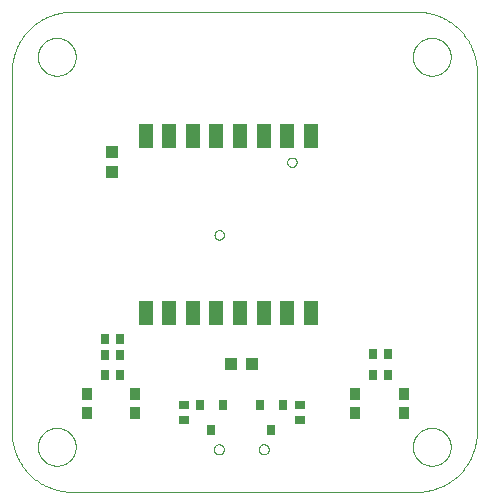
<source format=gtp>
G75*
%MOIN*%
%OFA0B0*%
%FSLAX25Y25*%
%IPPOS*%
%LPD*%
%AMOC8*
5,1,8,0,0,1.08239X$1,22.5*
%
%ADD10C,0.00100*%
%ADD11C,0.00000*%
%ADD12R,0.03937X0.04331*%
%ADD13R,0.04000X0.04000*%
%ADD14R,0.02756X0.03543*%
%ADD15R,0.03543X0.03937*%
%ADD16R,0.04724X0.07874*%
%ADD17R,0.03150X0.03543*%
%ADD18R,0.03543X0.02756*%
D10*
X0033000Y0015846D02*
X0148000Y0015846D01*
X0148483Y0015852D01*
X0148966Y0015869D01*
X0149449Y0015899D01*
X0149930Y0015939D01*
X0150411Y0015992D01*
X0150890Y0016056D01*
X0151367Y0016131D01*
X0151843Y0016219D01*
X0152316Y0016317D01*
X0152786Y0016427D01*
X0153254Y0016548D01*
X0153719Y0016681D01*
X0154180Y0016825D01*
X0154638Y0016980D01*
X0155092Y0017146D01*
X0155542Y0017323D01*
X0155987Y0017510D01*
X0156428Y0017709D01*
X0156864Y0017917D01*
X0157294Y0018137D01*
X0157720Y0018367D01*
X0158139Y0018607D01*
X0158553Y0018857D01*
X0158960Y0019117D01*
X0159361Y0019386D01*
X0159756Y0019666D01*
X0160143Y0019954D01*
X0160524Y0020253D01*
X0160897Y0020560D01*
X0161262Y0020876D01*
X0161620Y0021201D01*
X0161970Y0021534D01*
X0162312Y0021876D01*
X0162645Y0022226D01*
X0162970Y0022584D01*
X0163286Y0022949D01*
X0163593Y0023322D01*
X0163892Y0023703D01*
X0164180Y0024090D01*
X0164460Y0024485D01*
X0164729Y0024886D01*
X0164989Y0025293D01*
X0165239Y0025707D01*
X0165479Y0026126D01*
X0165709Y0026552D01*
X0165929Y0026982D01*
X0166137Y0027418D01*
X0166336Y0027859D01*
X0166523Y0028304D01*
X0166700Y0028754D01*
X0166866Y0029208D01*
X0167021Y0029666D01*
X0167165Y0030127D01*
X0167298Y0030592D01*
X0167419Y0031060D01*
X0167529Y0031530D01*
X0167627Y0032003D01*
X0167715Y0032479D01*
X0167790Y0032956D01*
X0167854Y0033435D01*
X0167907Y0033916D01*
X0167947Y0034397D01*
X0167977Y0034880D01*
X0167994Y0035363D01*
X0168000Y0035846D01*
X0168000Y0155846D01*
X0167994Y0156329D01*
X0167977Y0156812D01*
X0167947Y0157295D01*
X0167907Y0157776D01*
X0167854Y0158257D01*
X0167790Y0158736D01*
X0167715Y0159213D01*
X0167627Y0159689D01*
X0167529Y0160162D01*
X0167419Y0160632D01*
X0167298Y0161100D01*
X0167165Y0161565D01*
X0167021Y0162026D01*
X0166866Y0162484D01*
X0166700Y0162938D01*
X0166523Y0163388D01*
X0166336Y0163833D01*
X0166137Y0164274D01*
X0165929Y0164710D01*
X0165709Y0165140D01*
X0165479Y0165566D01*
X0165239Y0165985D01*
X0164989Y0166399D01*
X0164729Y0166806D01*
X0164460Y0167207D01*
X0164180Y0167602D01*
X0163892Y0167989D01*
X0163593Y0168370D01*
X0163286Y0168743D01*
X0162970Y0169108D01*
X0162645Y0169466D01*
X0162312Y0169816D01*
X0161970Y0170158D01*
X0161620Y0170491D01*
X0161262Y0170816D01*
X0160897Y0171132D01*
X0160524Y0171439D01*
X0160143Y0171738D01*
X0159756Y0172026D01*
X0159361Y0172306D01*
X0158960Y0172575D01*
X0158553Y0172835D01*
X0158139Y0173085D01*
X0157720Y0173325D01*
X0157294Y0173555D01*
X0156864Y0173775D01*
X0156428Y0173983D01*
X0155987Y0174182D01*
X0155542Y0174369D01*
X0155092Y0174546D01*
X0154638Y0174712D01*
X0154180Y0174867D01*
X0153719Y0175011D01*
X0153254Y0175144D01*
X0152786Y0175265D01*
X0152316Y0175375D01*
X0151843Y0175473D01*
X0151367Y0175561D01*
X0150890Y0175636D01*
X0150411Y0175700D01*
X0149930Y0175753D01*
X0149449Y0175793D01*
X0148966Y0175823D01*
X0148483Y0175840D01*
X0148000Y0175846D01*
X0033000Y0175846D01*
X0032517Y0175840D01*
X0032034Y0175823D01*
X0031551Y0175793D01*
X0031070Y0175753D01*
X0030589Y0175700D01*
X0030110Y0175636D01*
X0029633Y0175561D01*
X0029157Y0175473D01*
X0028684Y0175375D01*
X0028214Y0175265D01*
X0027746Y0175144D01*
X0027281Y0175011D01*
X0026820Y0174867D01*
X0026362Y0174712D01*
X0025908Y0174546D01*
X0025458Y0174369D01*
X0025013Y0174182D01*
X0024572Y0173983D01*
X0024136Y0173775D01*
X0023706Y0173555D01*
X0023280Y0173325D01*
X0022861Y0173085D01*
X0022447Y0172835D01*
X0022040Y0172575D01*
X0021639Y0172306D01*
X0021244Y0172026D01*
X0020857Y0171738D01*
X0020476Y0171439D01*
X0020103Y0171132D01*
X0019738Y0170816D01*
X0019380Y0170491D01*
X0019030Y0170158D01*
X0018688Y0169816D01*
X0018355Y0169466D01*
X0018030Y0169108D01*
X0017714Y0168743D01*
X0017407Y0168370D01*
X0017108Y0167989D01*
X0016820Y0167602D01*
X0016540Y0167207D01*
X0016271Y0166806D01*
X0016011Y0166399D01*
X0015761Y0165985D01*
X0015521Y0165566D01*
X0015291Y0165140D01*
X0015071Y0164710D01*
X0014863Y0164274D01*
X0014664Y0163833D01*
X0014477Y0163388D01*
X0014300Y0162938D01*
X0014134Y0162484D01*
X0013979Y0162026D01*
X0013835Y0161565D01*
X0013702Y0161100D01*
X0013581Y0160632D01*
X0013471Y0160162D01*
X0013373Y0159689D01*
X0013285Y0159213D01*
X0013210Y0158736D01*
X0013146Y0158257D01*
X0013093Y0157776D01*
X0013053Y0157295D01*
X0013023Y0156812D01*
X0013006Y0156329D01*
X0013000Y0155846D01*
X0013000Y0035846D01*
X0013006Y0035363D01*
X0013023Y0034880D01*
X0013053Y0034397D01*
X0013093Y0033916D01*
X0013146Y0033435D01*
X0013210Y0032956D01*
X0013285Y0032479D01*
X0013373Y0032003D01*
X0013471Y0031530D01*
X0013581Y0031060D01*
X0013702Y0030592D01*
X0013835Y0030127D01*
X0013979Y0029666D01*
X0014134Y0029208D01*
X0014300Y0028754D01*
X0014477Y0028304D01*
X0014664Y0027859D01*
X0014863Y0027418D01*
X0015071Y0026982D01*
X0015291Y0026552D01*
X0015521Y0026126D01*
X0015761Y0025707D01*
X0016011Y0025293D01*
X0016271Y0024886D01*
X0016540Y0024485D01*
X0016820Y0024090D01*
X0017108Y0023703D01*
X0017407Y0023322D01*
X0017714Y0022949D01*
X0018030Y0022584D01*
X0018355Y0022226D01*
X0018688Y0021876D01*
X0019030Y0021534D01*
X0019380Y0021201D01*
X0019738Y0020876D01*
X0020103Y0020560D01*
X0020476Y0020253D01*
X0020857Y0019954D01*
X0021244Y0019666D01*
X0021639Y0019386D01*
X0022040Y0019117D01*
X0022447Y0018857D01*
X0022861Y0018607D01*
X0023280Y0018367D01*
X0023706Y0018137D01*
X0024136Y0017917D01*
X0024572Y0017709D01*
X0025013Y0017510D01*
X0025458Y0017323D01*
X0025908Y0017146D01*
X0026362Y0016980D01*
X0026820Y0016825D01*
X0027281Y0016681D01*
X0027746Y0016548D01*
X0028214Y0016427D01*
X0028684Y0016317D01*
X0029157Y0016219D01*
X0029633Y0016131D01*
X0030110Y0016056D01*
X0030589Y0015992D01*
X0031070Y0015939D01*
X0031551Y0015899D01*
X0032034Y0015869D01*
X0032517Y0015852D01*
X0033000Y0015846D01*
D11*
X0021701Y0030846D02*
X0021703Y0031004D01*
X0021709Y0031162D01*
X0021719Y0031320D01*
X0021733Y0031478D01*
X0021751Y0031635D01*
X0021772Y0031792D01*
X0021798Y0031948D01*
X0021828Y0032104D01*
X0021861Y0032259D01*
X0021899Y0032412D01*
X0021940Y0032565D01*
X0021985Y0032717D01*
X0022034Y0032868D01*
X0022087Y0033017D01*
X0022143Y0033165D01*
X0022203Y0033311D01*
X0022267Y0033456D01*
X0022335Y0033599D01*
X0022406Y0033741D01*
X0022480Y0033881D01*
X0022558Y0034018D01*
X0022640Y0034154D01*
X0022724Y0034288D01*
X0022813Y0034419D01*
X0022904Y0034548D01*
X0022999Y0034675D01*
X0023096Y0034800D01*
X0023197Y0034922D01*
X0023301Y0035041D01*
X0023408Y0035158D01*
X0023518Y0035272D01*
X0023631Y0035383D01*
X0023746Y0035492D01*
X0023864Y0035597D01*
X0023985Y0035699D01*
X0024108Y0035799D01*
X0024234Y0035895D01*
X0024362Y0035988D01*
X0024492Y0036078D01*
X0024625Y0036164D01*
X0024760Y0036248D01*
X0024896Y0036327D01*
X0025035Y0036404D01*
X0025176Y0036476D01*
X0025318Y0036546D01*
X0025462Y0036611D01*
X0025608Y0036673D01*
X0025755Y0036731D01*
X0025904Y0036786D01*
X0026054Y0036837D01*
X0026205Y0036884D01*
X0026357Y0036927D01*
X0026510Y0036966D01*
X0026665Y0037002D01*
X0026820Y0037033D01*
X0026976Y0037061D01*
X0027132Y0037085D01*
X0027289Y0037105D01*
X0027447Y0037121D01*
X0027604Y0037133D01*
X0027763Y0037141D01*
X0027921Y0037145D01*
X0028079Y0037145D01*
X0028237Y0037141D01*
X0028396Y0037133D01*
X0028553Y0037121D01*
X0028711Y0037105D01*
X0028868Y0037085D01*
X0029024Y0037061D01*
X0029180Y0037033D01*
X0029335Y0037002D01*
X0029490Y0036966D01*
X0029643Y0036927D01*
X0029795Y0036884D01*
X0029946Y0036837D01*
X0030096Y0036786D01*
X0030245Y0036731D01*
X0030392Y0036673D01*
X0030538Y0036611D01*
X0030682Y0036546D01*
X0030824Y0036476D01*
X0030965Y0036404D01*
X0031104Y0036327D01*
X0031240Y0036248D01*
X0031375Y0036164D01*
X0031508Y0036078D01*
X0031638Y0035988D01*
X0031766Y0035895D01*
X0031892Y0035799D01*
X0032015Y0035699D01*
X0032136Y0035597D01*
X0032254Y0035492D01*
X0032369Y0035383D01*
X0032482Y0035272D01*
X0032592Y0035158D01*
X0032699Y0035041D01*
X0032803Y0034922D01*
X0032904Y0034800D01*
X0033001Y0034675D01*
X0033096Y0034548D01*
X0033187Y0034419D01*
X0033276Y0034288D01*
X0033360Y0034154D01*
X0033442Y0034018D01*
X0033520Y0033881D01*
X0033594Y0033741D01*
X0033665Y0033599D01*
X0033733Y0033456D01*
X0033797Y0033311D01*
X0033857Y0033165D01*
X0033913Y0033017D01*
X0033966Y0032868D01*
X0034015Y0032717D01*
X0034060Y0032565D01*
X0034101Y0032412D01*
X0034139Y0032259D01*
X0034172Y0032104D01*
X0034202Y0031948D01*
X0034228Y0031792D01*
X0034249Y0031635D01*
X0034267Y0031478D01*
X0034281Y0031320D01*
X0034291Y0031162D01*
X0034297Y0031004D01*
X0034299Y0030846D01*
X0034297Y0030688D01*
X0034291Y0030530D01*
X0034281Y0030372D01*
X0034267Y0030214D01*
X0034249Y0030057D01*
X0034228Y0029900D01*
X0034202Y0029744D01*
X0034172Y0029588D01*
X0034139Y0029433D01*
X0034101Y0029280D01*
X0034060Y0029127D01*
X0034015Y0028975D01*
X0033966Y0028824D01*
X0033913Y0028675D01*
X0033857Y0028527D01*
X0033797Y0028381D01*
X0033733Y0028236D01*
X0033665Y0028093D01*
X0033594Y0027951D01*
X0033520Y0027811D01*
X0033442Y0027674D01*
X0033360Y0027538D01*
X0033276Y0027404D01*
X0033187Y0027273D01*
X0033096Y0027144D01*
X0033001Y0027017D01*
X0032904Y0026892D01*
X0032803Y0026770D01*
X0032699Y0026651D01*
X0032592Y0026534D01*
X0032482Y0026420D01*
X0032369Y0026309D01*
X0032254Y0026200D01*
X0032136Y0026095D01*
X0032015Y0025993D01*
X0031892Y0025893D01*
X0031766Y0025797D01*
X0031638Y0025704D01*
X0031508Y0025614D01*
X0031375Y0025528D01*
X0031240Y0025444D01*
X0031104Y0025365D01*
X0030965Y0025288D01*
X0030824Y0025216D01*
X0030682Y0025146D01*
X0030538Y0025081D01*
X0030392Y0025019D01*
X0030245Y0024961D01*
X0030096Y0024906D01*
X0029946Y0024855D01*
X0029795Y0024808D01*
X0029643Y0024765D01*
X0029490Y0024726D01*
X0029335Y0024690D01*
X0029180Y0024659D01*
X0029024Y0024631D01*
X0028868Y0024607D01*
X0028711Y0024587D01*
X0028553Y0024571D01*
X0028396Y0024559D01*
X0028237Y0024551D01*
X0028079Y0024547D01*
X0027921Y0024547D01*
X0027763Y0024551D01*
X0027604Y0024559D01*
X0027447Y0024571D01*
X0027289Y0024587D01*
X0027132Y0024607D01*
X0026976Y0024631D01*
X0026820Y0024659D01*
X0026665Y0024690D01*
X0026510Y0024726D01*
X0026357Y0024765D01*
X0026205Y0024808D01*
X0026054Y0024855D01*
X0025904Y0024906D01*
X0025755Y0024961D01*
X0025608Y0025019D01*
X0025462Y0025081D01*
X0025318Y0025146D01*
X0025176Y0025216D01*
X0025035Y0025288D01*
X0024896Y0025365D01*
X0024760Y0025444D01*
X0024625Y0025528D01*
X0024492Y0025614D01*
X0024362Y0025704D01*
X0024234Y0025797D01*
X0024108Y0025893D01*
X0023985Y0025993D01*
X0023864Y0026095D01*
X0023746Y0026200D01*
X0023631Y0026309D01*
X0023518Y0026420D01*
X0023408Y0026534D01*
X0023301Y0026651D01*
X0023197Y0026770D01*
X0023096Y0026892D01*
X0022999Y0027017D01*
X0022904Y0027144D01*
X0022813Y0027273D01*
X0022724Y0027404D01*
X0022640Y0027538D01*
X0022558Y0027674D01*
X0022480Y0027811D01*
X0022406Y0027951D01*
X0022335Y0028093D01*
X0022267Y0028236D01*
X0022203Y0028381D01*
X0022143Y0028527D01*
X0022087Y0028675D01*
X0022034Y0028824D01*
X0021985Y0028975D01*
X0021940Y0029127D01*
X0021899Y0029280D01*
X0021861Y0029433D01*
X0021828Y0029588D01*
X0021798Y0029744D01*
X0021772Y0029900D01*
X0021751Y0030057D01*
X0021733Y0030214D01*
X0021719Y0030372D01*
X0021709Y0030530D01*
X0021703Y0030688D01*
X0021701Y0030846D01*
X0080347Y0030008D02*
X0080349Y0030089D01*
X0080355Y0030171D01*
X0080365Y0030252D01*
X0080379Y0030332D01*
X0080396Y0030411D01*
X0080418Y0030490D01*
X0080443Y0030567D01*
X0080472Y0030644D01*
X0080505Y0030718D01*
X0080542Y0030791D01*
X0080581Y0030862D01*
X0080625Y0030931D01*
X0080671Y0030998D01*
X0080721Y0031062D01*
X0080774Y0031124D01*
X0080830Y0031184D01*
X0080888Y0031240D01*
X0080950Y0031294D01*
X0081014Y0031345D01*
X0081080Y0031392D01*
X0081148Y0031436D01*
X0081219Y0031477D01*
X0081291Y0031514D01*
X0081366Y0031548D01*
X0081441Y0031578D01*
X0081519Y0031604D01*
X0081597Y0031627D01*
X0081676Y0031645D01*
X0081756Y0031660D01*
X0081837Y0031671D01*
X0081918Y0031678D01*
X0082000Y0031681D01*
X0082081Y0031680D01*
X0082162Y0031675D01*
X0082243Y0031666D01*
X0082324Y0031653D01*
X0082404Y0031636D01*
X0082482Y0031616D01*
X0082560Y0031591D01*
X0082637Y0031563D01*
X0082712Y0031531D01*
X0082785Y0031496D01*
X0082856Y0031457D01*
X0082926Y0031414D01*
X0082993Y0031369D01*
X0083059Y0031320D01*
X0083121Y0031268D01*
X0083181Y0031212D01*
X0083238Y0031154D01*
X0083293Y0031094D01*
X0083344Y0031030D01*
X0083392Y0030965D01*
X0083437Y0030897D01*
X0083479Y0030827D01*
X0083517Y0030755D01*
X0083552Y0030681D01*
X0083583Y0030606D01*
X0083610Y0030529D01*
X0083633Y0030451D01*
X0083653Y0030372D01*
X0083669Y0030292D01*
X0083681Y0030211D01*
X0083689Y0030130D01*
X0083693Y0030049D01*
X0083693Y0029967D01*
X0083689Y0029886D01*
X0083681Y0029805D01*
X0083669Y0029724D01*
X0083653Y0029644D01*
X0083633Y0029565D01*
X0083610Y0029487D01*
X0083583Y0029410D01*
X0083552Y0029335D01*
X0083517Y0029261D01*
X0083479Y0029189D01*
X0083437Y0029119D01*
X0083392Y0029051D01*
X0083344Y0028986D01*
X0083293Y0028922D01*
X0083238Y0028862D01*
X0083181Y0028804D01*
X0083121Y0028748D01*
X0083059Y0028696D01*
X0082993Y0028647D01*
X0082926Y0028602D01*
X0082857Y0028559D01*
X0082785Y0028520D01*
X0082712Y0028485D01*
X0082637Y0028453D01*
X0082560Y0028425D01*
X0082482Y0028400D01*
X0082404Y0028380D01*
X0082324Y0028363D01*
X0082243Y0028350D01*
X0082162Y0028341D01*
X0082081Y0028336D01*
X0082000Y0028335D01*
X0081918Y0028338D01*
X0081837Y0028345D01*
X0081756Y0028356D01*
X0081676Y0028371D01*
X0081597Y0028389D01*
X0081519Y0028412D01*
X0081441Y0028438D01*
X0081366Y0028468D01*
X0081291Y0028502D01*
X0081219Y0028539D01*
X0081148Y0028580D01*
X0081080Y0028624D01*
X0081014Y0028671D01*
X0080950Y0028722D01*
X0080888Y0028776D01*
X0080830Y0028832D01*
X0080774Y0028892D01*
X0080721Y0028954D01*
X0080671Y0029018D01*
X0080625Y0029085D01*
X0080581Y0029154D01*
X0080542Y0029225D01*
X0080505Y0029298D01*
X0080472Y0029372D01*
X0080443Y0029449D01*
X0080418Y0029526D01*
X0080396Y0029605D01*
X0080379Y0029684D01*
X0080365Y0029764D01*
X0080355Y0029845D01*
X0080349Y0029927D01*
X0080347Y0030008D01*
X0095307Y0030008D02*
X0095309Y0030089D01*
X0095315Y0030171D01*
X0095325Y0030252D01*
X0095339Y0030332D01*
X0095356Y0030411D01*
X0095378Y0030490D01*
X0095403Y0030567D01*
X0095432Y0030644D01*
X0095465Y0030718D01*
X0095502Y0030791D01*
X0095541Y0030862D01*
X0095585Y0030931D01*
X0095631Y0030998D01*
X0095681Y0031062D01*
X0095734Y0031124D01*
X0095790Y0031184D01*
X0095848Y0031240D01*
X0095910Y0031294D01*
X0095974Y0031345D01*
X0096040Y0031392D01*
X0096108Y0031436D01*
X0096179Y0031477D01*
X0096251Y0031514D01*
X0096326Y0031548D01*
X0096401Y0031578D01*
X0096479Y0031604D01*
X0096557Y0031627D01*
X0096636Y0031645D01*
X0096716Y0031660D01*
X0096797Y0031671D01*
X0096878Y0031678D01*
X0096960Y0031681D01*
X0097041Y0031680D01*
X0097122Y0031675D01*
X0097203Y0031666D01*
X0097284Y0031653D01*
X0097364Y0031636D01*
X0097442Y0031616D01*
X0097520Y0031591D01*
X0097597Y0031563D01*
X0097672Y0031531D01*
X0097745Y0031496D01*
X0097816Y0031457D01*
X0097886Y0031414D01*
X0097953Y0031369D01*
X0098019Y0031320D01*
X0098081Y0031268D01*
X0098141Y0031212D01*
X0098198Y0031154D01*
X0098253Y0031094D01*
X0098304Y0031030D01*
X0098352Y0030965D01*
X0098397Y0030897D01*
X0098439Y0030827D01*
X0098477Y0030755D01*
X0098512Y0030681D01*
X0098543Y0030606D01*
X0098570Y0030529D01*
X0098593Y0030451D01*
X0098613Y0030372D01*
X0098629Y0030292D01*
X0098641Y0030211D01*
X0098649Y0030130D01*
X0098653Y0030049D01*
X0098653Y0029967D01*
X0098649Y0029886D01*
X0098641Y0029805D01*
X0098629Y0029724D01*
X0098613Y0029644D01*
X0098593Y0029565D01*
X0098570Y0029487D01*
X0098543Y0029410D01*
X0098512Y0029335D01*
X0098477Y0029261D01*
X0098439Y0029189D01*
X0098397Y0029119D01*
X0098352Y0029051D01*
X0098304Y0028986D01*
X0098253Y0028922D01*
X0098198Y0028862D01*
X0098141Y0028804D01*
X0098081Y0028748D01*
X0098019Y0028696D01*
X0097953Y0028647D01*
X0097886Y0028602D01*
X0097817Y0028559D01*
X0097745Y0028520D01*
X0097672Y0028485D01*
X0097597Y0028453D01*
X0097520Y0028425D01*
X0097442Y0028400D01*
X0097364Y0028380D01*
X0097284Y0028363D01*
X0097203Y0028350D01*
X0097122Y0028341D01*
X0097041Y0028336D01*
X0096960Y0028335D01*
X0096878Y0028338D01*
X0096797Y0028345D01*
X0096716Y0028356D01*
X0096636Y0028371D01*
X0096557Y0028389D01*
X0096479Y0028412D01*
X0096401Y0028438D01*
X0096326Y0028468D01*
X0096251Y0028502D01*
X0096179Y0028539D01*
X0096108Y0028580D01*
X0096040Y0028624D01*
X0095974Y0028671D01*
X0095910Y0028722D01*
X0095848Y0028776D01*
X0095790Y0028832D01*
X0095734Y0028892D01*
X0095681Y0028954D01*
X0095631Y0029018D01*
X0095585Y0029085D01*
X0095541Y0029154D01*
X0095502Y0029225D01*
X0095465Y0029298D01*
X0095432Y0029372D01*
X0095403Y0029449D01*
X0095378Y0029526D01*
X0095356Y0029605D01*
X0095339Y0029684D01*
X0095325Y0029764D01*
X0095315Y0029845D01*
X0095309Y0029927D01*
X0095307Y0030008D01*
X0146701Y0030846D02*
X0146703Y0031004D01*
X0146709Y0031162D01*
X0146719Y0031320D01*
X0146733Y0031478D01*
X0146751Y0031635D01*
X0146772Y0031792D01*
X0146798Y0031948D01*
X0146828Y0032104D01*
X0146861Y0032259D01*
X0146899Y0032412D01*
X0146940Y0032565D01*
X0146985Y0032717D01*
X0147034Y0032868D01*
X0147087Y0033017D01*
X0147143Y0033165D01*
X0147203Y0033311D01*
X0147267Y0033456D01*
X0147335Y0033599D01*
X0147406Y0033741D01*
X0147480Y0033881D01*
X0147558Y0034018D01*
X0147640Y0034154D01*
X0147724Y0034288D01*
X0147813Y0034419D01*
X0147904Y0034548D01*
X0147999Y0034675D01*
X0148096Y0034800D01*
X0148197Y0034922D01*
X0148301Y0035041D01*
X0148408Y0035158D01*
X0148518Y0035272D01*
X0148631Y0035383D01*
X0148746Y0035492D01*
X0148864Y0035597D01*
X0148985Y0035699D01*
X0149108Y0035799D01*
X0149234Y0035895D01*
X0149362Y0035988D01*
X0149492Y0036078D01*
X0149625Y0036164D01*
X0149760Y0036248D01*
X0149896Y0036327D01*
X0150035Y0036404D01*
X0150176Y0036476D01*
X0150318Y0036546D01*
X0150462Y0036611D01*
X0150608Y0036673D01*
X0150755Y0036731D01*
X0150904Y0036786D01*
X0151054Y0036837D01*
X0151205Y0036884D01*
X0151357Y0036927D01*
X0151510Y0036966D01*
X0151665Y0037002D01*
X0151820Y0037033D01*
X0151976Y0037061D01*
X0152132Y0037085D01*
X0152289Y0037105D01*
X0152447Y0037121D01*
X0152604Y0037133D01*
X0152763Y0037141D01*
X0152921Y0037145D01*
X0153079Y0037145D01*
X0153237Y0037141D01*
X0153396Y0037133D01*
X0153553Y0037121D01*
X0153711Y0037105D01*
X0153868Y0037085D01*
X0154024Y0037061D01*
X0154180Y0037033D01*
X0154335Y0037002D01*
X0154490Y0036966D01*
X0154643Y0036927D01*
X0154795Y0036884D01*
X0154946Y0036837D01*
X0155096Y0036786D01*
X0155245Y0036731D01*
X0155392Y0036673D01*
X0155538Y0036611D01*
X0155682Y0036546D01*
X0155824Y0036476D01*
X0155965Y0036404D01*
X0156104Y0036327D01*
X0156240Y0036248D01*
X0156375Y0036164D01*
X0156508Y0036078D01*
X0156638Y0035988D01*
X0156766Y0035895D01*
X0156892Y0035799D01*
X0157015Y0035699D01*
X0157136Y0035597D01*
X0157254Y0035492D01*
X0157369Y0035383D01*
X0157482Y0035272D01*
X0157592Y0035158D01*
X0157699Y0035041D01*
X0157803Y0034922D01*
X0157904Y0034800D01*
X0158001Y0034675D01*
X0158096Y0034548D01*
X0158187Y0034419D01*
X0158276Y0034288D01*
X0158360Y0034154D01*
X0158442Y0034018D01*
X0158520Y0033881D01*
X0158594Y0033741D01*
X0158665Y0033599D01*
X0158733Y0033456D01*
X0158797Y0033311D01*
X0158857Y0033165D01*
X0158913Y0033017D01*
X0158966Y0032868D01*
X0159015Y0032717D01*
X0159060Y0032565D01*
X0159101Y0032412D01*
X0159139Y0032259D01*
X0159172Y0032104D01*
X0159202Y0031948D01*
X0159228Y0031792D01*
X0159249Y0031635D01*
X0159267Y0031478D01*
X0159281Y0031320D01*
X0159291Y0031162D01*
X0159297Y0031004D01*
X0159299Y0030846D01*
X0159297Y0030688D01*
X0159291Y0030530D01*
X0159281Y0030372D01*
X0159267Y0030214D01*
X0159249Y0030057D01*
X0159228Y0029900D01*
X0159202Y0029744D01*
X0159172Y0029588D01*
X0159139Y0029433D01*
X0159101Y0029280D01*
X0159060Y0029127D01*
X0159015Y0028975D01*
X0158966Y0028824D01*
X0158913Y0028675D01*
X0158857Y0028527D01*
X0158797Y0028381D01*
X0158733Y0028236D01*
X0158665Y0028093D01*
X0158594Y0027951D01*
X0158520Y0027811D01*
X0158442Y0027674D01*
X0158360Y0027538D01*
X0158276Y0027404D01*
X0158187Y0027273D01*
X0158096Y0027144D01*
X0158001Y0027017D01*
X0157904Y0026892D01*
X0157803Y0026770D01*
X0157699Y0026651D01*
X0157592Y0026534D01*
X0157482Y0026420D01*
X0157369Y0026309D01*
X0157254Y0026200D01*
X0157136Y0026095D01*
X0157015Y0025993D01*
X0156892Y0025893D01*
X0156766Y0025797D01*
X0156638Y0025704D01*
X0156508Y0025614D01*
X0156375Y0025528D01*
X0156240Y0025444D01*
X0156104Y0025365D01*
X0155965Y0025288D01*
X0155824Y0025216D01*
X0155682Y0025146D01*
X0155538Y0025081D01*
X0155392Y0025019D01*
X0155245Y0024961D01*
X0155096Y0024906D01*
X0154946Y0024855D01*
X0154795Y0024808D01*
X0154643Y0024765D01*
X0154490Y0024726D01*
X0154335Y0024690D01*
X0154180Y0024659D01*
X0154024Y0024631D01*
X0153868Y0024607D01*
X0153711Y0024587D01*
X0153553Y0024571D01*
X0153396Y0024559D01*
X0153237Y0024551D01*
X0153079Y0024547D01*
X0152921Y0024547D01*
X0152763Y0024551D01*
X0152604Y0024559D01*
X0152447Y0024571D01*
X0152289Y0024587D01*
X0152132Y0024607D01*
X0151976Y0024631D01*
X0151820Y0024659D01*
X0151665Y0024690D01*
X0151510Y0024726D01*
X0151357Y0024765D01*
X0151205Y0024808D01*
X0151054Y0024855D01*
X0150904Y0024906D01*
X0150755Y0024961D01*
X0150608Y0025019D01*
X0150462Y0025081D01*
X0150318Y0025146D01*
X0150176Y0025216D01*
X0150035Y0025288D01*
X0149896Y0025365D01*
X0149760Y0025444D01*
X0149625Y0025528D01*
X0149492Y0025614D01*
X0149362Y0025704D01*
X0149234Y0025797D01*
X0149108Y0025893D01*
X0148985Y0025993D01*
X0148864Y0026095D01*
X0148746Y0026200D01*
X0148631Y0026309D01*
X0148518Y0026420D01*
X0148408Y0026534D01*
X0148301Y0026651D01*
X0148197Y0026770D01*
X0148096Y0026892D01*
X0147999Y0027017D01*
X0147904Y0027144D01*
X0147813Y0027273D01*
X0147724Y0027404D01*
X0147640Y0027538D01*
X0147558Y0027674D01*
X0147480Y0027811D01*
X0147406Y0027951D01*
X0147335Y0028093D01*
X0147267Y0028236D01*
X0147203Y0028381D01*
X0147143Y0028527D01*
X0147087Y0028675D01*
X0147034Y0028824D01*
X0146985Y0028975D01*
X0146940Y0029127D01*
X0146899Y0029280D01*
X0146861Y0029433D01*
X0146828Y0029588D01*
X0146798Y0029744D01*
X0146772Y0029900D01*
X0146751Y0030057D01*
X0146733Y0030214D01*
X0146719Y0030372D01*
X0146709Y0030530D01*
X0146703Y0030688D01*
X0146701Y0030846D01*
X0080567Y0101492D02*
X0080569Y0101571D01*
X0080575Y0101650D01*
X0080585Y0101729D01*
X0080599Y0101807D01*
X0080616Y0101884D01*
X0080638Y0101960D01*
X0080663Y0102035D01*
X0080693Y0102108D01*
X0080725Y0102180D01*
X0080762Y0102251D01*
X0080802Y0102319D01*
X0080845Y0102385D01*
X0080891Y0102449D01*
X0080941Y0102511D01*
X0080994Y0102570D01*
X0081049Y0102626D01*
X0081108Y0102680D01*
X0081169Y0102730D01*
X0081232Y0102778D01*
X0081298Y0102822D01*
X0081366Y0102863D01*
X0081436Y0102900D01*
X0081507Y0102934D01*
X0081581Y0102964D01*
X0081655Y0102990D01*
X0081731Y0103012D01*
X0081808Y0103031D01*
X0081886Y0103046D01*
X0081964Y0103057D01*
X0082043Y0103064D01*
X0082122Y0103067D01*
X0082201Y0103066D01*
X0082280Y0103061D01*
X0082359Y0103052D01*
X0082437Y0103039D01*
X0082514Y0103022D01*
X0082591Y0103002D01*
X0082666Y0102977D01*
X0082740Y0102949D01*
X0082813Y0102917D01*
X0082883Y0102882D01*
X0082952Y0102843D01*
X0083019Y0102800D01*
X0083084Y0102754D01*
X0083146Y0102706D01*
X0083206Y0102654D01*
X0083263Y0102599D01*
X0083317Y0102541D01*
X0083368Y0102481D01*
X0083416Y0102418D01*
X0083461Y0102353D01*
X0083503Y0102285D01*
X0083541Y0102216D01*
X0083575Y0102145D01*
X0083606Y0102072D01*
X0083634Y0101997D01*
X0083657Y0101922D01*
X0083677Y0101845D01*
X0083693Y0101768D01*
X0083705Y0101689D01*
X0083713Y0101611D01*
X0083717Y0101532D01*
X0083717Y0101452D01*
X0083713Y0101373D01*
X0083705Y0101295D01*
X0083693Y0101216D01*
X0083677Y0101139D01*
X0083657Y0101062D01*
X0083634Y0100987D01*
X0083606Y0100912D01*
X0083575Y0100839D01*
X0083541Y0100768D01*
X0083503Y0100699D01*
X0083461Y0100631D01*
X0083416Y0100566D01*
X0083368Y0100503D01*
X0083317Y0100443D01*
X0083263Y0100385D01*
X0083206Y0100330D01*
X0083146Y0100278D01*
X0083084Y0100230D01*
X0083019Y0100184D01*
X0082952Y0100141D01*
X0082883Y0100102D01*
X0082813Y0100067D01*
X0082740Y0100035D01*
X0082666Y0100007D01*
X0082591Y0099982D01*
X0082514Y0099962D01*
X0082437Y0099945D01*
X0082359Y0099932D01*
X0082280Y0099923D01*
X0082201Y0099918D01*
X0082122Y0099917D01*
X0082043Y0099920D01*
X0081964Y0099927D01*
X0081886Y0099938D01*
X0081808Y0099953D01*
X0081731Y0099972D01*
X0081655Y0099994D01*
X0081581Y0100020D01*
X0081507Y0100050D01*
X0081436Y0100084D01*
X0081366Y0100121D01*
X0081298Y0100162D01*
X0081232Y0100206D01*
X0081169Y0100254D01*
X0081108Y0100304D01*
X0081049Y0100358D01*
X0080994Y0100414D01*
X0080941Y0100473D01*
X0080891Y0100535D01*
X0080845Y0100599D01*
X0080802Y0100665D01*
X0080762Y0100733D01*
X0080725Y0100804D01*
X0080693Y0100876D01*
X0080663Y0100949D01*
X0080638Y0101024D01*
X0080616Y0101100D01*
X0080599Y0101177D01*
X0080585Y0101255D01*
X0080575Y0101334D01*
X0080569Y0101413D01*
X0080567Y0101492D01*
X0104779Y0125705D02*
X0104781Y0125784D01*
X0104787Y0125863D01*
X0104797Y0125942D01*
X0104811Y0126020D01*
X0104828Y0126097D01*
X0104850Y0126173D01*
X0104875Y0126248D01*
X0104905Y0126321D01*
X0104937Y0126393D01*
X0104974Y0126464D01*
X0105014Y0126532D01*
X0105057Y0126598D01*
X0105103Y0126662D01*
X0105153Y0126724D01*
X0105206Y0126783D01*
X0105261Y0126839D01*
X0105320Y0126893D01*
X0105381Y0126943D01*
X0105444Y0126991D01*
X0105510Y0127035D01*
X0105578Y0127076D01*
X0105648Y0127113D01*
X0105719Y0127147D01*
X0105793Y0127177D01*
X0105867Y0127203D01*
X0105943Y0127225D01*
X0106020Y0127244D01*
X0106098Y0127259D01*
X0106176Y0127270D01*
X0106255Y0127277D01*
X0106334Y0127280D01*
X0106413Y0127279D01*
X0106492Y0127274D01*
X0106571Y0127265D01*
X0106649Y0127252D01*
X0106726Y0127235D01*
X0106803Y0127215D01*
X0106878Y0127190D01*
X0106952Y0127162D01*
X0107025Y0127130D01*
X0107095Y0127095D01*
X0107164Y0127056D01*
X0107231Y0127013D01*
X0107296Y0126967D01*
X0107358Y0126919D01*
X0107418Y0126867D01*
X0107475Y0126812D01*
X0107529Y0126754D01*
X0107580Y0126694D01*
X0107628Y0126631D01*
X0107673Y0126566D01*
X0107715Y0126498D01*
X0107753Y0126429D01*
X0107787Y0126358D01*
X0107818Y0126285D01*
X0107846Y0126210D01*
X0107869Y0126135D01*
X0107889Y0126058D01*
X0107905Y0125981D01*
X0107917Y0125902D01*
X0107925Y0125824D01*
X0107929Y0125745D01*
X0107929Y0125665D01*
X0107925Y0125586D01*
X0107917Y0125508D01*
X0107905Y0125429D01*
X0107889Y0125352D01*
X0107869Y0125275D01*
X0107846Y0125200D01*
X0107818Y0125125D01*
X0107787Y0125052D01*
X0107753Y0124981D01*
X0107715Y0124912D01*
X0107673Y0124844D01*
X0107628Y0124779D01*
X0107580Y0124716D01*
X0107529Y0124656D01*
X0107475Y0124598D01*
X0107418Y0124543D01*
X0107358Y0124491D01*
X0107296Y0124443D01*
X0107231Y0124397D01*
X0107164Y0124354D01*
X0107095Y0124315D01*
X0107025Y0124280D01*
X0106952Y0124248D01*
X0106878Y0124220D01*
X0106803Y0124195D01*
X0106726Y0124175D01*
X0106649Y0124158D01*
X0106571Y0124145D01*
X0106492Y0124136D01*
X0106413Y0124131D01*
X0106334Y0124130D01*
X0106255Y0124133D01*
X0106176Y0124140D01*
X0106098Y0124151D01*
X0106020Y0124166D01*
X0105943Y0124185D01*
X0105867Y0124207D01*
X0105793Y0124233D01*
X0105719Y0124263D01*
X0105648Y0124297D01*
X0105578Y0124334D01*
X0105510Y0124375D01*
X0105444Y0124419D01*
X0105381Y0124467D01*
X0105320Y0124517D01*
X0105261Y0124571D01*
X0105206Y0124627D01*
X0105153Y0124686D01*
X0105103Y0124748D01*
X0105057Y0124812D01*
X0105014Y0124878D01*
X0104974Y0124946D01*
X0104937Y0125017D01*
X0104905Y0125089D01*
X0104875Y0125162D01*
X0104850Y0125237D01*
X0104828Y0125313D01*
X0104811Y0125390D01*
X0104797Y0125468D01*
X0104787Y0125547D01*
X0104781Y0125626D01*
X0104779Y0125705D01*
X0146701Y0160846D02*
X0146703Y0161004D01*
X0146709Y0161162D01*
X0146719Y0161320D01*
X0146733Y0161478D01*
X0146751Y0161635D01*
X0146772Y0161792D01*
X0146798Y0161948D01*
X0146828Y0162104D01*
X0146861Y0162259D01*
X0146899Y0162412D01*
X0146940Y0162565D01*
X0146985Y0162717D01*
X0147034Y0162868D01*
X0147087Y0163017D01*
X0147143Y0163165D01*
X0147203Y0163311D01*
X0147267Y0163456D01*
X0147335Y0163599D01*
X0147406Y0163741D01*
X0147480Y0163881D01*
X0147558Y0164018D01*
X0147640Y0164154D01*
X0147724Y0164288D01*
X0147813Y0164419D01*
X0147904Y0164548D01*
X0147999Y0164675D01*
X0148096Y0164800D01*
X0148197Y0164922D01*
X0148301Y0165041D01*
X0148408Y0165158D01*
X0148518Y0165272D01*
X0148631Y0165383D01*
X0148746Y0165492D01*
X0148864Y0165597D01*
X0148985Y0165699D01*
X0149108Y0165799D01*
X0149234Y0165895D01*
X0149362Y0165988D01*
X0149492Y0166078D01*
X0149625Y0166164D01*
X0149760Y0166248D01*
X0149896Y0166327D01*
X0150035Y0166404D01*
X0150176Y0166476D01*
X0150318Y0166546D01*
X0150462Y0166611D01*
X0150608Y0166673D01*
X0150755Y0166731D01*
X0150904Y0166786D01*
X0151054Y0166837D01*
X0151205Y0166884D01*
X0151357Y0166927D01*
X0151510Y0166966D01*
X0151665Y0167002D01*
X0151820Y0167033D01*
X0151976Y0167061D01*
X0152132Y0167085D01*
X0152289Y0167105D01*
X0152447Y0167121D01*
X0152604Y0167133D01*
X0152763Y0167141D01*
X0152921Y0167145D01*
X0153079Y0167145D01*
X0153237Y0167141D01*
X0153396Y0167133D01*
X0153553Y0167121D01*
X0153711Y0167105D01*
X0153868Y0167085D01*
X0154024Y0167061D01*
X0154180Y0167033D01*
X0154335Y0167002D01*
X0154490Y0166966D01*
X0154643Y0166927D01*
X0154795Y0166884D01*
X0154946Y0166837D01*
X0155096Y0166786D01*
X0155245Y0166731D01*
X0155392Y0166673D01*
X0155538Y0166611D01*
X0155682Y0166546D01*
X0155824Y0166476D01*
X0155965Y0166404D01*
X0156104Y0166327D01*
X0156240Y0166248D01*
X0156375Y0166164D01*
X0156508Y0166078D01*
X0156638Y0165988D01*
X0156766Y0165895D01*
X0156892Y0165799D01*
X0157015Y0165699D01*
X0157136Y0165597D01*
X0157254Y0165492D01*
X0157369Y0165383D01*
X0157482Y0165272D01*
X0157592Y0165158D01*
X0157699Y0165041D01*
X0157803Y0164922D01*
X0157904Y0164800D01*
X0158001Y0164675D01*
X0158096Y0164548D01*
X0158187Y0164419D01*
X0158276Y0164288D01*
X0158360Y0164154D01*
X0158442Y0164018D01*
X0158520Y0163881D01*
X0158594Y0163741D01*
X0158665Y0163599D01*
X0158733Y0163456D01*
X0158797Y0163311D01*
X0158857Y0163165D01*
X0158913Y0163017D01*
X0158966Y0162868D01*
X0159015Y0162717D01*
X0159060Y0162565D01*
X0159101Y0162412D01*
X0159139Y0162259D01*
X0159172Y0162104D01*
X0159202Y0161948D01*
X0159228Y0161792D01*
X0159249Y0161635D01*
X0159267Y0161478D01*
X0159281Y0161320D01*
X0159291Y0161162D01*
X0159297Y0161004D01*
X0159299Y0160846D01*
X0159297Y0160688D01*
X0159291Y0160530D01*
X0159281Y0160372D01*
X0159267Y0160214D01*
X0159249Y0160057D01*
X0159228Y0159900D01*
X0159202Y0159744D01*
X0159172Y0159588D01*
X0159139Y0159433D01*
X0159101Y0159280D01*
X0159060Y0159127D01*
X0159015Y0158975D01*
X0158966Y0158824D01*
X0158913Y0158675D01*
X0158857Y0158527D01*
X0158797Y0158381D01*
X0158733Y0158236D01*
X0158665Y0158093D01*
X0158594Y0157951D01*
X0158520Y0157811D01*
X0158442Y0157674D01*
X0158360Y0157538D01*
X0158276Y0157404D01*
X0158187Y0157273D01*
X0158096Y0157144D01*
X0158001Y0157017D01*
X0157904Y0156892D01*
X0157803Y0156770D01*
X0157699Y0156651D01*
X0157592Y0156534D01*
X0157482Y0156420D01*
X0157369Y0156309D01*
X0157254Y0156200D01*
X0157136Y0156095D01*
X0157015Y0155993D01*
X0156892Y0155893D01*
X0156766Y0155797D01*
X0156638Y0155704D01*
X0156508Y0155614D01*
X0156375Y0155528D01*
X0156240Y0155444D01*
X0156104Y0155365D01*
X0155965Y0155288D01*
X0155824Y0155216D01*
X0155682Y0155146D01*
X0155538Y0155081D01*
X0155392Y0155019D01*
X0155245Y0154961D01*
X0155096Y0154906D01*
X0154946Y0154855D01*
X0154795Y0154808D01*
X0154643Y0154765D01*
X0154490Y0154726D01*
X0154335Y0154690D01*
X0154180Y0154659D01*
X0154024Y0154631D01*
X0153868Y0154607D01*
X0153711Y0154587D01*
X0153553Y0154571D01*
X0153396Y0154559D01*
X0153237Y0154551D01*
X0153079Y0154547D01*
X0152921Y0154547D01*
X0152763Y0154551D01*
X0152604Y0154559D01*
X0152447Y0154571D01*
X0152289Y0154587D01*
X0152132Y0154607D01*
X0151976Y0154631D01*
X0151820Y0154659D01*
X0151665Y0154690D01*
X0151510Y0154726D01*
X0151357Y0154765D01*
X0151205Y0154808D01*
X0151054Y0154855D01*
X0150904Y0154906D01*
X0150755Y0154961D01*
X0150608Y0155019D01*
X0150462Y0155081D01*
X0150318Y0155146D01*
X0150176Y0155216D01*
X0150035Y0155288D01*
X0149896Y0155365D01*
X0149760Y0155444D01*
X0149625Y0155528D01*
X0149492Y0155614D01*
X0149362Y0155704D01*
X0149234Y0155797D01*
X0149108Y0155893D01*
X0148985Y0155993D01*
X0148864Y0156095D01*
X0148746Y0156200D01*
X0148631Y0156309D01*
X0148518Y0156420D01*
X0148408Y0156534D01*
X0148301Y0156651D01*
X0148197Y0156770D01*
X0148096Y0156892D01*
X0147999Y0157017D01*
X0147904Y0157144D01*
X0147813Y0157273D01*
X0147724Y0157404D01*
X0147640Y0157538D01*
X0147558Y0157674D01*
X0147480Y0157811D01*
X0147406Y0157951D01*
X0147335Y0158093D01*
X0147267Y0158236D01*
X0147203Y0158381D01*
X0147143Y0158527D01*
X0147087Y0158675D01*
X0147034Y0158824D01*
X0146985Y0158975D01*
X0146940Y0159127D01*
X0146899Y0159280D01*
X0146861Y0159433D01*
X0146828Y0159588D01*
X0146798Y0159744D01*
X0146772Y0159900D01*
X0146751Y0160057D01*
X0146733Y0160214D01*
X0146719Y0160372D01*
X0146709Y0160530D01*
X0146703Y0160688D01*
X0146701Y0160846D01*
X0021701Y0160846D02*
X0021703Y0161004D01*
X0021709Y0161162D01*
X0021719Y0161320D01*
X0021733Y0161478D01*
X0021751Y0161635D01*
X0021772Y0161792D01*
X0021798Y0161948D01*
X0021828Y0162104D01*
X0021861Y0162259D01*
X0021899Y0162412D01*
X0021940Y0162565D01*
X0021985Y0162717D01*
X0022034Y0162868D01*
X0022087Y0163017D01*
X0022143Y0163165D01*
X0022203Y0163311D01*
X0022267Y0163456D01*
X0022335Y0163599D01*
X0022406Y0163741D01*
X0022480Y0163881D01*
X0022558Y0164018D01*
X0022640Y0164154D01*
X0022724Y0164288D01*
X0022813Y0164419D01*
X0022904Y0164548D01*
X0022999Y0164675D01*
X0023096Y0164800D01*
X0023197Y0164922D01*
X0023301Y0165041D01*
X0023408Y0165158D01*
X0023518Y0165272D01*
X0023631Y0165383D01*
X0023746Y0165492D01*
X0023864Y0165597D01*
X0023985Y0165699D01*
X0024108Y0165799D01*
X0024234Y0165895D01*
X0024362Y0165988D01*
X0024492Y0166078D01*
X0024625Y0166164D01*
X0024760Y0166248D01*
X0024896Y0166327D01*
X0025035Y0166404D01*
X0025176Y0166476D01*
X0025318Y0166546D01*
X0025462Y0166611D01*
X0025608Y0166673D01*
X0025755Y0166731D01*
X0025904Y0166786D01*
X0026054Y0166837D01*
X0026205Y0166884D01*
X0026357Y0166927D01*
X0026510Y0166966D01*
X0026665Y0167002D01*
X0026820Y0167033D01*
X0026976Y0167061D01*
X0027132Y0167085D01*
X0027289Y0167105D01*
X0027447Y0167121D01*
X0027604Y0167133D01*
X0027763Y0167141D01*
X0027921Y0167145D01*
X0028079Y0167145D01*
X0028237Y0167141D01*
X0028396Y0167133D01*
X0028553Y0167121D01*
X0028711Y0167105D01*
X0028868Y0167085D01*
X0029024Y0167061D01*
X0029180Y0167033D01*
X0029335Y0167002D01*
X0029490Y0166966D01*
X0029643Y0166927D01*
X0029795Y0166884D01*
X0029946Y0166837D01*
X0030096Y0166786D01*
X0030245Y0166731D01*
X0030392Y0166673D01*
X0030538Y0166611D01*
X0030682Y0166546D01*
X0030824Y0166476D01*
X0030965Y0166404D01*
X0031104Y0166327D01*
X0031240Y0166248D01*
X0031375Y0166164D01*
X0031508Y0166078D01*
X0031638Y0165988D01*
X0031766Y0165895D01*
X0031892Y0165799D01*
X0032015Y0165699D01*
X0032136Y0165597D01*
X0032254Y0165492D01*
X0032369Y0165383D01*
X0032482Y0165272D01*
X0032592Y0165158D01*
X0032699Y0165041D01*
X0032803Y0164922D01*
X0032904Y0164800D01*
X0033001Y0164675D01*
X0033096Y0164548D01*
X0033187Y0164419D01*
X0033276Y0164288D01*
X0033360Y0164154D01*
X0033442Y0164018D01*
X0033520Y0163881D01*
X0033594Y0163741D01*
X0033665Y0163599D01*
X0033733Y0163456D01*
X0033797Y0163311D01*
X0033857Y0163165D01*
X0033913Y0163017D01*
X0033966Y0162868D01*
X0034015Y0162717D01*
X0034060Y0162565D01*
X0034101Y0162412D01*
X0034139Y0162259D01*
X0034172Y0162104D01*
X0034202Y0161948D01*
X0034228Y0161792D01*
X0034249Y0161635D01*
X0034267Y0161478D01*
X0034281Y0161320D01*
X0034291Y0161162D01*
X0034297Y0161004D01*
X0034299Y0160846D01*
X0034297Y0160688D01*
X0034291Y0160530D01*
X0034281Y0160372D01*
X0034267Y0160214D01*
X0034249Y0160057D01*
X0034228Y0159900D01*
X0034202Y0159744D01*
X0034172Y0159588D01*
X0034139Y0159433D01*
X0034101Y0159280D01*
X0034060Y0159127D01*
X0034015Y0158975D01*
X0033966Y0158824D01*
X0033913Y0158675D01*
X0033857Y0158527D01*
X0033797Y0158381D01*
X0033733Y0158236D01*
X0033665Y0158093D01*
X0033594Y0157951D01*
X0033520Y0157811D01*
X0033442Y0157674D01*
X0033360Y0157538D01*
X0033276Y0157404D01*
X0033187Y0157273D01*
X0033096Y0157144D01*
X0033001Y0157017D01*
X0032904Y0156892D01*
X0032803Y0156770D01*
X0032699Y0156651D01*
X0032592Y0156534D01*
X0032482Y0156420D01*
X0032369Y0156309D01*
X0032254Y0156200D01*
X0032136Y0156095D01*
X0032015Y0155993D01*
X0031892Y0155893D01*
X0031766Y0155797D01*
X0031638Y0155704D01*
X0031508Y0155614D01*
X0031375Y0155528D01*
X0031240Y0155444D01*
X0031104Y0155365D01*
X0030965Y0155288D01*
X0030824Y0155216D01*
X0030682Y0155146D01*
X0030538Y0155081D01*
X0030392Y0155019D01*
X0030245Y0154961D01*
X0030096Y0154906D01*
X0029946Y0154855D01*
X0029795Y0154808D01*
X0029643Y0154765D01*
X0029490Y0154726D01*
X0029335Y0154690D01*
X0029180Y0154659D01*
X0029024Y0154631D01*
X0028868Y0154607D01*
X0028711Y0154587D01*
X0028553Y0154571D01*
X0028396Y0154559D01*
X0028237Y0154551D01*
X0028079Y0154547D01*
X0027921Y0154547D01*
X0027763Y0154551D01*
X0027604Y0154559D01*
X0027447Y0154571D01*
X0027289Y0154587D01*
X0027132Y0154607D01*
X0026976Y0154631D01*
X0026820Y0154659D01*
X0026665Y0154690D01*
X0026510Y0154726D01*
X0026357Y0154765D01*
X0026205Y0154808D01*
X0026054Y0154855D01*
X0025904Y0154906D01*
X0025755Y0154961D01*
X0025608Y0155019D01*
X0025462Y0155081D01*
X0025318Y0155146D01*
X0025176Y0155216D01*
X0025035Y0155288D01*
X0024896Y0155365D01*
X0024760Y0155444D01*
X0024625Y0155528D01*
X0024492Y0155614D01*
X0024362Y0155704D01*
X0024234Y0155797D01*
X0024108Y0155893D01*
X0023985Y0155993D01*
X0023864Y0156095D01*
X0023746Y0156200D01*
X0023631Y0156309D01*
X0023518Y0156420D01*
X0023408Y0156534D01*
X0023301Y0156651D01*
X0023197Y0156770D01*
X0023096Y0156892D01*
X0022999Y0157017D01*
X0022904Y0157144D01*
X0022813Y0157273D01*
X0022724Y0157404D01*
X0022640Y0157538D01*
X0022558Y0157674D01*
X0022480Y0157811D01*
X0022406Y0157951D01*
X0022335Y0158093D01*
X0022267Y0158236D01*
X0022203Y0158381D01*
X0022143Y0158527D01*
X0022087Y0158675D01*
X0022034Y0158824D01*
X0021985Y0158975D01*
X0021940Y0159127D01*
X0021899Y0159280D01*
X0021861Y0159433D01*
X0021828Y0159588D01*
X0021798Y0159744D01*
X0021772Y0159900D01*
X0021751Y0160057D01*
X0021733Y0160214D01*
X0021719Y0160372D01*
X0021709Y0160530D01*
X0021703Y0160688D01*
X0021701Y0160846D01*
D12*
X0046500Y0129193D03*
X0046500Y0122500D03*
D13*
X0086000Y0058346D03*
X0093000Y0058346D03*
D14*
X0133441Y0054846D03*
X0138559Y0054846D03*
X0138559Y0061846D03*
X0133441Y0061846D03*
X0049059Y0061346D03*
X0043941Y0061346D03*
X0043941Y0066846D03*
X0049059Y0066846D03*
X0049059Y0054846D03*
X0043941Y0054846D03*
D15*
X0037929Y0048496D03*
X0037929Y0042197D03*
X0054071Y0042197D03*
X0054071Y0048496D03*
X0127429Y0048496D03*
X0127429Y0042197D03*
X0143571Y0042197D03*
X0143571Y0048496D03*
D16*
X0112717Y0075319D03*
X0104843Y0075319D03*
X0096969Y0075319D03*
X0089094Y0075319D03*
X0081220Y0075319D03*
X0073346Y0075319D03*
X0065472Y0075319D03*
X0057598Y0075319D03*
X0057598Y0134374D03*
X0065472Y0134374D03*
X0073346Y0134374D03*
X0081220Y0134374D03*
X0089094Y0134374D03*
X0096969Y0134374D03*
X0104843Y0134374D03*
X0112717Y0134374D03*
D17*
X0103240Y0044783D03*
X0095760Y0044783D03*
X0099500Y0036516D03*
X0083240Y0044783D03*
X0075760Y0044783D03*
X0079500Y0036516D03*
D18*
X0070500Y0039787D03*
X0070500Y0044906D03*
X0109000Y0044906D03*
X0109000Y0039787D03*
M02*

</source>
